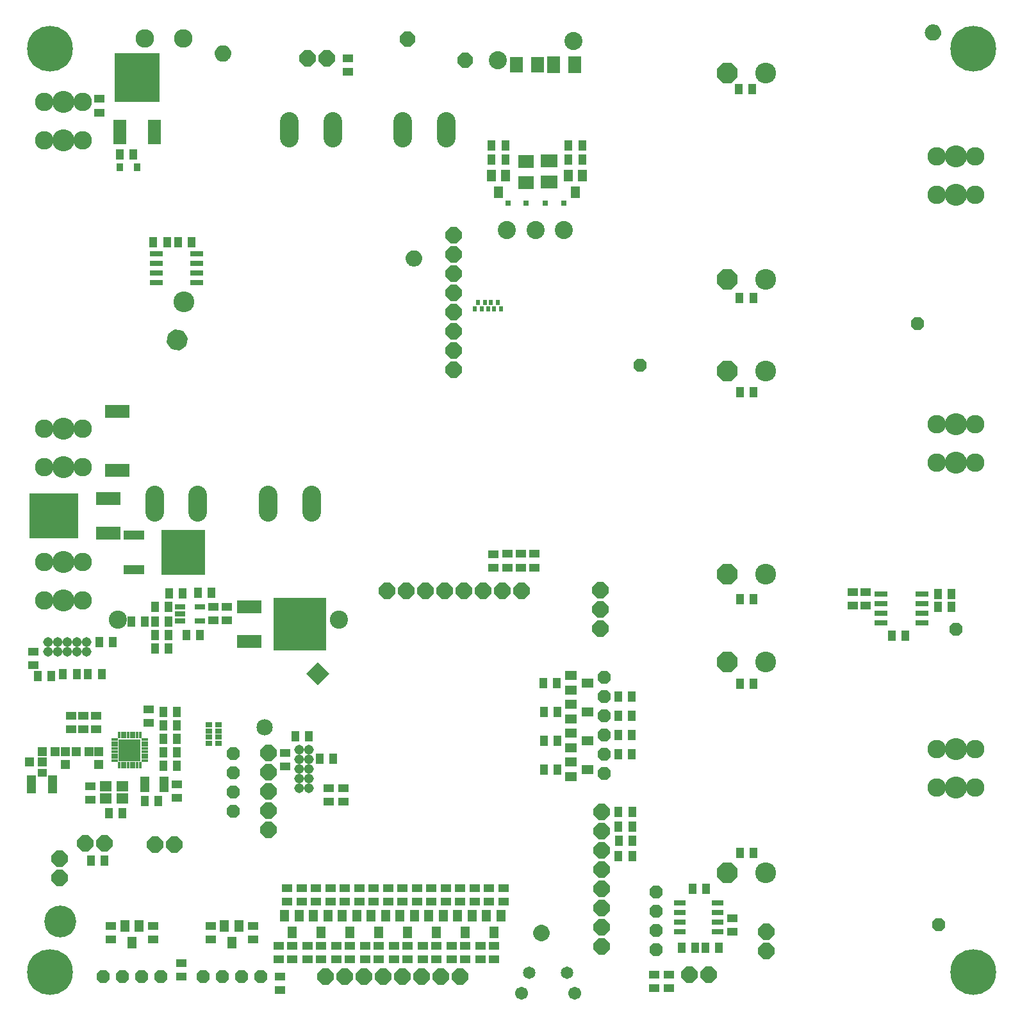
<source format=gbs>
G75*
%MOIN*%
%OFA0B0*%
%FSLAX25Y25*%
%IPPOS*%
%LPD*%
%AMOC8*
5,1,8,0,0,1.08239X$1,22.5*
%
%ADD10C,0.16548*%
%ADD11R,0.05524X0.03950*%
%ADD12R,0.08477X0.08477*%
%ADD13C,0.08477*%
%ADD14C,0.06509*%
%ADD15C,0.06737*%
%ADD16OC8,0.08400*%
%ADD17R,0.03950X0.05524*%
%ADD18OC8,0.06800*%
%ADD19R,0.06706X0.02965*%
%ADD20C,0.09400*%
%ADD21OC8,0.07887*%
%ADD22C,0.10800*%
%ADD23C,0.02160*%
%ADD24R,0.07887X0.07099*%
%ADD25R,0.08674X0.07099*%
%ADD26R,0.04737X0.06312*%
%ADD27R,0.03162X0.03162*%
%ADD28R,0.06312X0.02847*%
%ADD29C,0.11430*%
%ADD30OC8,0.10800*%
%ADD31R,0.01981X0.02769*%
%ADD32C,0.00500*%
%ADD33R,0.07099X0.08674*%
%ADD34R,0.07099X0.07887*%
%ADD35C,0.23800*%
%ADD36R,0.11036X0.04973*%
%ADD37R,0.22973X0.23241*%
%ADD38R,0.12887X0.06784*%
%ADD39R,0.03359X0.02769*%
%ADD40C,0.05162*%
%ADD41R,0.07099X0.12611*%
%ADD42R,0.23635X0.25209*%
%ADD43R,0.03280X0.04068*%
%ADD44C,0.09658*%
%ADD45C,0.09658*%
%ADD46R,0.11824X0.11824*%
%ADD47R,0.01666X0.03792*%
%ADD48R,0.03792X0.01666*%
%ADD49R,0.04737X0.07887*%
%ADD50R,0.05131X0.04737*%
%ADD51R,0.04737X0.05131*%
%ADD52R,0.06312X0.05524*%
%ADD53R,0.04934X0.09461*%
%ADD54R,0.04737X0.03950*%
%ADD55R,0.12611X0.07099*%
%ADD56R,0.25209X0.23635*%
%ADD57R,0.06312X0.04737*%
%ADD58R,0.05524X0.03162*%
%ADD59R,0.27178X0.27178*%
%ADD60C,0.09461*%
D10*
X0064800Y0059148D03*
D11*
X0091000Y0056991D03*
X0091000Y0049905D03*
X0113000Y0049905D03*
X0113000Y0056991D03*
X0127800Y0037591D03*
X0127800Y0030505D03*
X0142900Y0049905D03*
X0142900Y0056991D03*
X0164900Y0056991D03*
X0164900Y0049905D03*
X0178200Y0046591D03*
X0185200Y0046591D03*
X0185200Y0039505D03*
X0178200Y0039505D03*
X0178900Y0030591D03*
X0178900Y0023505D03*
X0193200Y0039505D03*
X0200200Y0039505D03*
X0200200Y0046591D03*
X0193200Y0046591D03*
X0208200Y0046591D03*
X0215200Y0046591D03*
X0215200Y0039505D03*
X0208200Y0039505D03*
X0223200Y0039505D03*
X0223200Y0046591D03*
X0230200Y0046591D03*
X0230200Y0039505D03*
X0238200Y0039505D03*
X0245200Y0039505D03*
X0245200Y0046591D03*
X0238200Y0046591D03*
X0253200Y0046591D03*
X0260200Y0046591D03*
X0260200Y0039505D03*
X0253200Y0039505D03*
X0268200Y0039505D03*
X0268200Y0046591D03*
X0275200Y0046591D03*
X0275200Y0039505D03*
X0283200Y0039505D03*
X0290200Y0039505D03*
X0290200Y0046591D03*
X0283200Y0046591D03*
X0280200Y0069505D03*
X0272700Y0069505D03*
X0265200Y0069505D03*
X0257700Y0069505D03*
X0257700Y0076591D03*
X0265200Y0076591D03*
X0272700Y0076591D03*
X0280200Y0076591D03*
X0287700Y0076591D03*
X0295200Y0076591D03*
X0295200Y0069505D03*
X0287700Y0069505D03*
X0250200Y0069505D03*
X0242700Y0069505D03*
X0235200Y0069505D03*
X0235200Y0076591D03*
X0242700Y0076591D03*
X0250200Y0076591D03*
X0227700Y0076591D03*
X0220200Y0076591D03*
X0212700Y0076591D03*
X0212700Y0069505D03*
X0220200Y0069505D03*
X0227700Y0069505D03*
X0205200Y0069505D03*
X0197700Y0069505D03*
X0190200Y0069505D03*
X0190200Y0076591D03*
X0197700Y0076591D03*
X0205200Y0076591D03*
X0182700Y0076591D03*
X0182700Y0069505D03*
X0204500Y0121605D03*
X0204500Y0128691D03*
X0212100Y0128691D03*
X0212100Y0121605D03*
X0181800Y0139805D03*
X0181800Y0146891D03*
X0125400Y0130691D03*
X0125400Y0123605D03*
X0110700Y0162605D03*
X0110700Y0169691D03*
X0083400Y0166391D03*
X0076800Y0166391D03*
X0070300Y0166391D03*
X0070300Y0159305D03*
X0076800Y0159305D03*
X0083400Y0159305D03*
X0080200Y0129591D03*
X0080200Y0122505D03*
X0050600Y0192505D03*
X0050600Y0199591D03*
X0144500Y0215905D03*
X0151500Y0215905D03*
X0151500Y0222991D03*
X0144500Y0222991D03*
X0290000Y0243305D03*
X0290000Y0250391D03*
X0297200Y0250491D03*
X0297200Y0243405D03*
X0304200Y0243405D03*
X0304200Y0250491D03*
X0311300Y0250491D03*
X0311300Y0243405D03*
X0476910Y0230791D03*
X0483610Y0230591D03*
X0483610Y0223505D03*
X0476910Y0223705D03*
X0414410Y0060991D03*
X0414410Y0053905D03*
X0381200Y0031691D03*
X0381200Y0024605D03*
X0373600Y0024705D03*
X0373600Y0031791D03*
X0085000Y0480105D03*
X0085000Y0487191D03*
X0214400Y0501305D03*
X0214400Y0508391D03*
D12*
G36*
X0192826Y0188167D02*
X0198819Y0194160D01*
X0204812Y0188167D01*
X0198819Y0182174D01*
X0192826Y0188167D01*
G37*
D13*
X0170981Y0160329D03*
D14*
X0308700Y0032648D03*
X0328385Y0032648D03*
D15*
X0332322Y0022018D03*
X0304763Y0022018D03*
D16*
X0272700Y0030548D03*
X0262700Y0030548D03*
X0252700Y0030548D03*
X0242700Y0030548D03*
X0232700Y0030548D03*
X0222700Y0030548D03*
X0212700Y0030548D03*
X0202700Y0030548D03*
X0172900Y0106848D03*
X0172900Y0116848D03*
X0172900Y0126848D03*
X0172900Y0136848D03*
X0172900Y0146848D03*
X0124100Y0099148D03*
X0114100Y0099148D03*
X0087800Y0100048D03*
X0077800Y0100048D03*
X0064400Y0091848D03*
X0064400Y0081848D03*
X0234700Y0231448D03*
X0244700Y0231448D03*
X0254700Y0231448D03*
X0264700Y0231448D03*
X0274700Y0231448D03*
X0284700Y0231448D03*
X0294700Y0231448D03*
X0304700Y0231448D03*
X0345700Y0231648D03*
X0345700Y0221648D03*
X0345700Y0211648D03*
X0346500Y0116348D03*
X0346500Y0106348D03*
X0346500Y0096348D03*
X0346500Y0086348D03*
X0346500Y0076348D03*
X0346500Y0066348D03*
X0346500Y0056348D03*
X0346500Y0046348D03*
X0391910Y0031648D03*
X0401910Y0031648D03*
X0432110Y0043848D03*
X0432110Y0053848D03*
X0269500Y0346148D03*
X0269500Y0356148D03*
X0269500Y0366148D03*
X0269500Y0376148D03*
X0269500Y0386148D03*
X0269500Y0396148D03*
X0269500Y0406148D03*
X0269500Y0416148D03*
X0203500Y0508348D03*
X0193500Y0508348D03*
D17*
X0102643Y0458348D03*
X0095557Y0458348D03*
X0113157Y0412648D03*
X0120243Y0412648D03*
X0126057Y0412648D03*
X0133143Y0412648D03*
X0289157Y0455526D03*
X0296243Y0455526D03*
X0296243Y0463026D03*
X0289157Y0463026D03*
X0329157Y0463026D03*
X0336243Y0463026D03*
X0336243Y0455526D03*
X0329157Y0455526D03*
X0417757Y0492148D03*
X0424843Y0492148D03*
X0425243Y0383648D03*
X0418157Y0383648D03*
X0418257Y0334648D03*
X0425343Y0334648D03*
X0521357Y0229658D03*
X0528443Y0229658D03*
X0528343Y0222958D03*
X0521257Y0222958D03*
X0504354Y0208048D03*
X0497267Y0208048D03*
X0425343Y0226848D03*
X0418257Y0226848D03*
X0418257Y0182948D03*
X0425343Y0182948D03*
X0362143Y0176448D03*
X0355057Y0176448D03*
X0355057Y0166448D03*
X0362143Y0166448D03*
X0362143Y0156448D03*
X0355057Y0156448D03*
X0355057Y0146448D03*
X0362143Y0146448D03*
X0362254Y0116248D03*
X0355167Y0116248D03*
X0355167Y0108548D03*
X0362254Y0108548D03*
X0362354Y0101148D03*
X0355267Y0101148D03*
X0355167Y0093248D03*
X0362254Y0093248D03*
X0393567Y0076348D03*
X0400654Y0076348D03*
X0418257Y0094848D03*
X0425343Y0094848D03*
X0407454Y0045548D03*
X0400367Y0045548D03*
X0395054Y0045548D03*
X0387967Y0045548D03*
X0323443Y0138448D03*
X0316357Y0138448D03*
X0316357Y0153448D03*
X0323443Y0153448D03*
X0323443Y0168448D03*
X0316357Y0168448D03*
X0316057Y0183448D03*
X0323143Y0183448D03*
X0206743Y0143848D03*
X0199657Y0143848D03*
X0194143Y0155748D03*
X0187057Y0155748D03*
X0137443Y0208148D03*
X0130357Y0208148D03*
X0121043Y0208148D03*
X0121043Y0215448D03*
X0120943Y0223048D03*
X0121257Y0229848D03*
X0128343Y0229848D03*
X0136357Y0230148D03*
X0143443Y0230148D03*
X0113857Y0223048D03*
X0113957Y0215448D03*
X0108643Y0215448D03*
X0101557Y0215448D03*
X0113957Y0208148D03*
X0113957Y0201148D03*
X0121043Y0201148D03*
X0092143Y0204548D03*
X0085057Y0204548D03*
X0086243Y0187848D03*
X0079157Y0187848D03*
X0073243Y0187848D03*
X0066157Y0187848D03*
X0059943Y0186948D03*
X0052857Y0186948D03*
X0118257Y0168348D03*
X0118257Y0161348D03*
X0118257Y0154348D03*
X0125343Y0154348D03*
X0125343Y0161348D03*
X0125343Y0168348D03*
X0125343Y0147348D03*
X0125343Y0140348D03*
X0118257Y0140348D03*
X0118257Y0147348D03*
X0115743Y0121848D03*
X0108657Y0121848D03*
X0096943Y0115648D03*
X0089857Y0115648D03*
X0087843Y0090948D03*
X0080757Y0090948D03*
D18*
X0087000Y0030548D03*
X0097000Y0030548D03*
X0107000Y0030548D03*
X0117000Y0030548D03*
X0138900Y0030548D03*
X0148900Y0030548D03*
X0158900Y0030548D03*
X0168900Y0030548D03*
X0154800Y0116548D03*
X0154800Y0126548D03*
X0154800Y0136548D03*
X0154800Y0146548D03*
X0347600Y0146448D03*
X0347600Y0136448D03*
X0347600Y0156448D03*
X0347600Y0166448D03*
X0347600Y0176448D03*
X0347600Y0186448D03*
X0374810Y0074748D03*
X0374810Y0064748D03*
X0374810Y0054748D03*
X0374810Y0044748D03*
X0521550Y0057548D03*
X0530650Y0211298D03*
X0510600Y0370348D03*
X0366350Y0348648D03*
D19*
X0491680Y0229648D03*
X0491680Y0224648D03*
X0491680Y0219648D03*
X0491680Y0214648D03*
X0512940Y0214648D03*
X0512940Y0219648D03*
X0512940Y0224648D03*
X0512940Y0229648D03*
X0135830Y0391548D03*
X0135830Y0396548D03*
X0135830Y0401548D03*
X0135830Y0406548D03*
X0114570Y0406548D03*
X0114570Y0401548D03*
X0114570Y0396548D03*
X0114570Y0391548D03*
D20*
X0297146Y0418932D03*
X0311909Y0418932D03*
X0326673Y0418932D03*
X0292224Y0507318D03*
X0331594Y0517161D03*
D21*
X0275429Y0507368D03*
X0245429Y0518391D03*
D22*
X0128981Y0381481D03*
X0431810Y0393348D03*
X0431810Y0345748D03*
X0431810Y0240048D03*
X0431810Y0194348D03*
X0431810Y0084748D03*
X0431810Y0500748D03*
D23*
X0124077Y0358921D02*
X0122997Y0357841D01*
X0120943Y0360773D01*
X0121565Y0364295D01*
X0124497Y0366349D01*
X0128019Y0365727D01*
X0130073Y0362795D01*
X0129451Y0359273D01*
X0126519Y0357219D01*
X0122997Y0357841D01*
X0123939Y0359320D01*
X0122655Y0361152D01*
X0123044Y0363353D01*
X0124876Y0364637D01*
X0127077Y0364248D01*
X0128361Y0362416D01*
X0127972Y0360215D01*
X0126140Y0358931D01*
X0123939Y0359320D01*
X0124881Y0360799D01*
X0124367Y0361532D01*
X0124523Y0362411D01*
X0125256Y0362925D01*
X0126135Y0362769D01*
X0126649Y0362036D01*
X0126493Y0361157D01*
X0125760Y0360643D01*
X0124881Y0360799D01*
D24*
X0307000Y0443636D03*
X0307000Y0454660D03*
D25*
X0319000Y0454960D03*
X0319000Y0443936D03*
D26*
X0328960Y0447357D03*
X0336440Y0447357D03*
X0332700Y0438695D03*
X0296440Y0447357D03*
X0288960Y0447357D03*
X0292700Y0438695D03*
X0293940Y0062379D03*
X0286460Y0062379D03*
X0278940Y0062379D03*
X0271460Y0062379D03*
X0263940Y0062379D03*
X0256460Y0062379D03*
X0248940Y0062379D03*
X0241460Y0062379D03*
X0233940Y0062379D03*
X0226460Y0062379D03*
X0218940Y0062379D03*
X0211460Y0062379D03*
X0203940Y0062379D03*
X0196460Y0062379D03*
X0188940Y0062379D03*
X0181460Y0062379D03*
X0185200Y0053717D03*
X0200200Y0053717D03*
X0215200Y0053717D03*
X0230200Y0053717D03*
X0245200Y0053717D03*
X0260200Y0053717D03*
X0275200Y0053717D03*
X0290200Y0053717D03*
X0157640Y0056979D03*
X0150160Y0056979D03*
X0153900Y0048317D03*
X0105740Y0056979D03*
X0098260Y0056979D03*
X0102000Y0048317D03*
D27*
X0297587Y0432926D03*
X0307035Y0432926D03*
X0317087Y0432926D03*
X0326535Y0432926D03*
D28*
X0386868Y0068848D03*
X0386868Y0063848D03*
X0386868Y0058848D03*
X0386868Y0053848D03*
X0406553Y0053848D03*
X0406553Y0058848D03*
X0406553Y0063848D03*
X0406553Y0068848D03*
D29*
X0530600Y0128848D03*
X0530600Y0148848D03*
X0530600Y0298048D03*
X0530600Y0318048D03*
X0530600Y0437348D03*
X0530600Y0457348D03*
X0066400Y0465548D03*
X0066400Y0485548D03*
X0066400Y0315748D03*
X0066400Y0295748D03*
X0066200Y0246448D03*
X0066200Y0226448D03*
D30*
X0411810Y0240048D03*
X0411810Y0194348D03*
X0411810Y0084748D03*
X0411810Y0345748D03*
X0411810Y0393348D03*
X0411810Y0500748D03*
D31*
X0292318Y0381223D03*
X0293893Y0378073D03*
X0290350Y0378073D03*
X0287200Y0378073D03*
X0284050Y0378073D03*
X0285625Y0381223D03*
X0288775Y0381223D03*
X0282082Y0381223D03*
X0280507Y0378073D03*
D32*
X0251731Y0401638D02*
X0252125Y0402200D01*
X0252415Y0402822D01*
X0252593Y0403485D01*
X0252652Y0404169D01*
X0252593Y0404852D01*
X0252415Y0405515D01*
X0252125Y0406137D01*
X0251731Y0406699D01*
X0251246Y0407184D01*
X0250684Y0407578D01*
X0250062Y0407868D01*
X0249399Y0408046D01*
X0248715Y0408106D01*
X0248032Y0408046D01*
X0247369Y0407868D01*
X0246747Y0407578D01*
X0246185Y0407184D01*
X0245699Y0406699D01*
X0245306Y0406137D01*
X0245016Y0405515D01*
X0244838Y0404852D01*
X0244778Y0404169D01*
X0244838Y0403485D01*
X0245016Y0402822D01*
X0245306Y0402200D01*
X0245699Y0401638D01*
X0246185Y0401153D01*
X0246747Y0400759D01*
X0247369Y0400469D01*
X0248032Y0400291D01*
X0248715Y0400231D01*
X0249399Y0400291D01*
X0250062Y0400469D01*
X0250684Y0400759D01*
X0251246Y0401153D01*
X0251731Y0401638D01*
X0251694Y0401600D02*
X0245737Y0401600D01*
X0245377Y0402099D02*
X0252054Y0402099D01*
X0252310Y0402597D02*
X0245121Y0402597D01*
X0244942Y0403096D02*
X0252488Y0403096D01*
X0252602Y0403594D02*
X0244829Y0403594D01*
X0244785Y0404093D02*
X0252646Y0404093D01*
X0252615Y0404591D02*
X0244815Y0404591D01*
X0244902Y0405090D02*
X0252529Y0405090D01*
X0252381Y0405588D02*
X0245050Y0405588D01*
X0245282Y0406087D02*
X0252148Y0406087D01*
X0251811Y0406585D02*
X0245620Y0406585D01*
X0246084Y0407084D02*
X0251347Y0407084D01*
X0250675Y0407582D02*
X0246756Y0407582D01*
X0248434Y0408081D02*
X0248997Y0408081D01*
X0251173Y0401102D02*
X0246257Y0401102D01*
X0247081Y0400603D02*
X0250350Y0400603D01*
X0151846Y0507803D02*
X0151284Y0507409D01*
X0150662Y0507119D01*
X0149999Y0506941D01*
X0149315Y0506881D01*
X0148632Y0506941D01*
X0147969Y0507119D01*
X0147347Y0507409D01*
X0146785Y0507803D01*
X0146299Y0508288D01*
X0145906Y0508850D01*
X0145616Y0509472D01*
X0145438Y0510135D01*
X0145378Y0510819D01*
X0145438Y0511502D01*
X0145616Y0512165D01*
X0145906Y0512787D01*
X0146299Y0513349D01*
X0146785Y0513834D01*
X0147347Y0514228D01*
X0147969Y0514518D01*
X0148632Y0514696D01*
X0149315Y0514756D01*
X0149999Y0514696D01*
X0150662Y0514518D01*
X0151284Y0514228D01*
X0151846Y0513834D01*
X0152331Y0513349D01*
X0152725Y0512787D01*
X0153015Y0512165D01*
X0153193Y0511502D01*
X0153252Y0510819D01*
X0153193Y0510135D01*
X0153015Y0509472D01*
X0152725Y0508850D01*
X0152331Y0508288D01*
X0151846Y0507803D01*
X0151818Y0507783D02*
X0146812Y0507783D01*
X0146306Y0508282D02*
X0152325Y0508282D01*
X0152676Y0508780D02*
X0145955Y0508780D01*
X0145706Y0509279D02*
X0152925Y0509279D01*
X0153097Y0509777D02*
X0145534Y0509777D01*
X0145426Y0510276D02*
X0153205Y0510276D01*
X0153248Y0510774D02*
X0145382Y0510774D01*
X0145418Y0511273D02*
X0153213Y0511273D01*
X0153120Y0511771D02*
X0145510Y0511771D01*
X0145665Y0512270D02*
X0152966Y0512270D01*
X0152734Y0512768D02*
X0145897Y0512768D01*
X0146242Y0513267D02*
X0152389Y0513267D01*
X0151915Y0513765D02*
X0146716Y0513765D01*
X0147424Y0514264D02*
X0151207Y0514264D01*
X0151017Y0507285D02*
X0147613Y0507285D01*
X0514813Y0521748D02*
X0514873Y0522432D01*
X0515050Y0523095D01*
X0515340Y0523717D01*
X0515734Y0524279D01*
X0516219Y0524764D01*
X0516781Y0525158D01*
X0517403Y0525448D01*
X0518066Y0525625D01*
X0518750Y0525685D01*
X0519434Y0525625D01*
X0520097Y0525448D01*
X0520719Y0525158D01*
X0521281Y0524764D01*
X0521766Y0524279D01*
X0522160Y0523717D01*
X0522450Y0523095D01*
X0522627Y0522432D01*
X0522687Y0521748D01*
X0522627Y0521064D01*
X0522450Y0520402D01*
X0522160Y0519780D01*
X0521766Y0519217D01*
X0521281Y0518732D01*
X0520719Y0518338D01*
X0520097Y0518048D01*
X0519434Y0517871D01*
X0518750Y0517811D01*
X0518066Y0517871D01*
X0517403Y0518048D01*
X0516781Y0518338D01*
X0516219Y0518732D01*
X0515734Y0519217D01*
X0515340Y0519780D01*
X0515050Y0520402D01*
X0514873Y0521064D01*
X0514813Y0521748D01*
X0514814Y0521741D02*
X0522686Y0521741D01*
X0522643Y0521243D02*
X0514857Y0521243D01*
X0514959Y0520744D02*
X0522541Y0520744D01*
X0522377Y0520246D02*
X0515123Y0520246D01*
X0515363Y0519747D02*
X0522137Y0519747D01*
X0521788Y0519249D02*
X0515712Y0519249D01*
X0516201Y0518750D02*
X0521299Y0518750D01*
X0520533Y0518252D02*
X0516967Y0518252D01*
X0514856Y0522240D02*
X0522644Y0522240D01*
X0522545Y0522739D02*
X0514955Y0522739D01*
X0515117Y0523237D02*
X0522383Y0523237D01*
X0522146Y0523736D02*
X0515354Y0523736D01*
X0515703Y0524234D02*
X0521797Y0524234D01*
X0521312Y0524733D02*
X0516188Y0524733D01*
X0516939Y0525231D02*
X0520561Y0525231D01*
X0316347Y0056998D02*
X0316969Y0056708D01*
X0317531Y0056314D01*
X0318016Y0055829D01*
X0318410Y0055267D01*
X0318700Y0054645D01*
X0318877Y0053982D01*
X0318937Y0053298D01*
X0318877Y0052614D01*
X0318700Y0051952D01*
X0318410Y0051330D01*
X0318016Y0050767D01*
X0317531Y0050282D01*
X0316969Y0049888D01*
X0316347Y0049598D01*
X0315684Y0049421D01*
X0315000Y0049361D01*
X0314316Y0049421D01*
X0313653Y0049598D01*
X0313031Y0049888D01*
X0312469Y0050282D01*
X0311984Y0050767D01*
X0311590Y0051330D01*
X0311300Y0051952D01*
X0311123Y0052614D01*
X0311063Y0053298D01*
X0311123Y0053982D01*
X0311300Y0054645D01*
X0311590Y0055267D01*
X0311984Y0055829D01*
X0312469Y0056314D01*
X0313031Y0056708D01*
X0313653Y0056998D01*
X0314316Y0057175D01*
X0315000Y0057235D01*
X0315684Y0057175D01*
X0316347Y0056998D01*
X0315856Y0057129D02*
X0314144Y0057129D01*
X0312921Y0056630D02*
X0317079Y0056630D01*
X0317713Y0056132D02*
X0312287Y0056132D01*
X0311847Y0055633D02*
X0318153Y0055633D01*
X0318471Y0055135D02*
X0311529Y0055135D01*
X0311298Y0054636D02*
X0318702Y0054636D01*
X0318835Y0054138D02*
X0311165Y0054138D01*
X0311093Y0053639D02*
X0318907Y0053639D01*
X0318923Y0053141D02*
X0311077Y0053141D01*
X0311120Y0052642D02*
X0318880Y0052642D01*
X0318751Y0052144D02*
X0311249Y0052144D01*
X0311443Y0051645D02*
X0318557Y0051645D01*
X0318282Y0051147D02*
X0311718Y0051147D01*
X0312103Y0050648D02*
X0317897Y0050648D01*
X0317342Y0050150D02*
X0312658Y0050150D01*
X0313540Y0049651D02*
X0316460Y0049651D01*
D33*
X0321449Y0505098D03*
X0332473Y0505098D03*
D34*
X0313173Y0505098D03*
X0302149Y0505098D03*
D35*
X0059348Y0032996D03*
X0539663Y0032996D03*
X0539663Y0513311D03*
X0059348Y0513311D03*
D36*
X0102900Y0260459D03*
X0102900Y0242459D03*
D37*
X0128687Y0251459D03*
D38*
X0094400Y0294031D03*
X0094400Y0324465D03*
D39*
X0141939Y0161472D03*
X0141939Y0158323D03*
X0141939Y0155173D03*
X0141939Y0152024D03*
X0146861Y0152024D03*
X0146861Y0155173D03*
X0146861Y0158323D03*
X0146861Y0161472D03*
D40*
X0189100Y0148648D03*
X0189100Y0143648D03*
X0189100Y0138648D03*
X0189100Y0133648D03*
X0189100Y0128648D03*
X0194100Y0128648D03*
X0194100Y0133648D03*
X0194100Y0138648D03*
X0194100Y0143648D03*
X0194100Y0148648D03*
X0078300Y0199548D03*
X0073300Y0199548D03*
X0068300Y0199548D03*
X0063300Y0199548D03*
X0058300Y0199548D03*
X0058300Y0204548D03*
X0063300Y0204548D03*
X0068300Y0204548D03*
X0073300Y0204548D03*
X0078300Y0204548D03*
D41*
X0095604Y0469948D03*
X0113596Y0469948D03*
D42*
X0104600Y0498216D03*
D43*
X0104628Y0451648D03*
X0095572Y0451648D03*
D44*
X0183785Y0466935D02*
X0183785Y0475793D01*
X0206226Y0475793D02*
X0206226Y0466935D01*
X0242840Y0466935D02*
X0242840Y0475793D01*
X0265281Y0475793D02*
X0265281Y0466935D01*
X0195180Y0281306D02*
X0195180Y0272447D01*
X0172739Y0272447D02*
X0172739Y0281306D01*
X0136125Y0281306D02*
X0136125Y0272447D01*
X0113684Y0272447D02*
X0113684Y0281306D01*
D45*
X0076400Y0295748D03*
X0076400Y0315748D03*
X0056400Y0315748D03*
X0056400Y0295748D03*
X0056200Y0246448D03*
X0056200Y0226448D03*
X0076200Y0226448D03*
X0076200Y0246448D03*
X0076400Y0465548D03*
X0076400Y0485548D03*
X0056400Y0485548D03*
X0056400Y0465548D03*
X0108600Y0518548D03*
X0128600Y0518548D03*
X0520600Y0457348D03*
X0520600Y0437348D03*
X0540600Y0437348D03*
X0540600Y0457348D03*
X0540600Y0318048D03*
X0540600Y0298048D03*
X0520600Y0298048D03*
X0520600Y0318048D03*
X0520600Y0148848D03*
X0520600Y0128848D03*
X0540600Y0128848D03*
X0540600Y0148848D03*
D46*
X0100800Y0148448D03*
D47*
X0101587Y0156322D03*
X0100013Y0156322D03*
X0098438Y0156322D03*
X0096863Y0156322D03*
X0095288Y0156322D03*
X0103162Y0156322D03*
X0104737Y0156322D03*
X0106312Y0156322D03*
X0106312Y0140574D03*
X0104737Y0140574D03*
X0103162Y0140574D03*
X0101587Y0140574D03*
X0100013Y0140574D03*
X0098438Y0140574D03*
X0096863Y0140574D03*
X0095288Y0140574D03*
D48*
X0092926Y0142936D03*
X0092926Y0144511D03*
X0092926Y0146086D03*
X0092926Y0147661D03*
X0092926Y0149235D03*
X0092926Y0150810D03*
X0092926Y0152385D03*
X0092926Y0153960D03*
X0108674Y0153960D03*
X0108674Y0152385D03*
X0108674Y0150810D03*
X0108674Y0149235D03*
X0108674Y0147661D03*
X0108674Y0146086D03*
X0108674Y0144511D03*
X0108674Y0142936D03*
D49*
X0108679Y0130748D03*
X0118521Y0130748D03*
D50*
X0079546Y0147648D03*
X0072854Y0147648D03*
X0061946Y0147648D03*
X0055254Y0147648D03*
X0055246Y0142148D03*
X0048554Y0142148D03*
D51*
X0067500Y0140902D03*
X0067500Y0147594D03*
X0084800Y0147594D03*
X0084800Y0140902D03*
D52*
X0088269Y0129598D03*
X0088269Y0123298D03*
X0096931Y0123298D03*
X0096931Y0129598D03*
D53*
X0060613Y0130748D03*
X0049787Y0130748D03*
D54*
X0055200Y0136752D03*
D55*
X0163119Y0204993D03*
X0163119Y0223103D03*
X0089600Y0261152D03*
X0089600Y0279144D03*
D56*
X0061332Y0270148D03*
D57*
X0330269Y0187188D03*
X0330269Y0179708D03*
X0330269Y0172188D03*
X0330269Y0164708D03*
X0330269Y0157188D03*
X0330269Y0149708D03*
X0330269Y0142188D03*
X0330269Y0134708D03*
X0338931Y0138448D03*
X0338931Y0153448D03*
X0338931Y0168448D03*
X0338931Y0183448D03*
D58*
X0137442Y0215508D03*
X0137442Y0222988D03*
X0127158Y0222988D03*
X0127158Y0219248D03*
X0127158Y0215508D03*
D59*
X0189300Y0214048D03*
D60*
X0209700Y0216148D03*
X0094700Y0216148D03*
M02*

</source>
